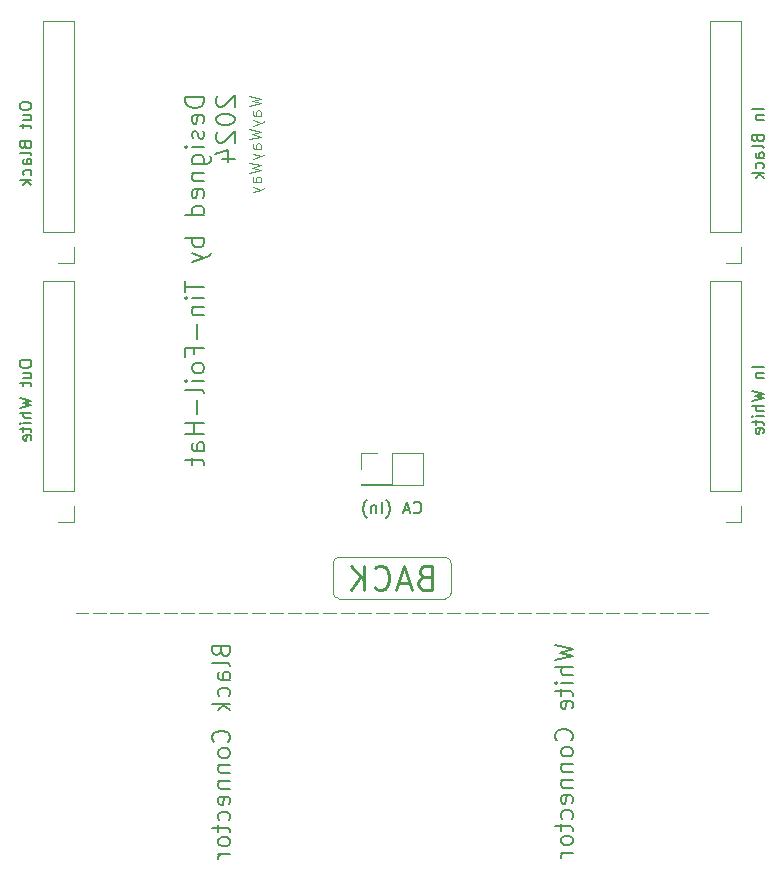
<source format=gbr>
%TF.GenerationSoftware,KiCad,Pcbnew,8.0.3*%
%TF.CreationDate,2024-07-07T19:42:47+08:00*%
%TF.ProjectId,V2.4 Mechanical Seven Segment Digit,56322e34-204d-4656-9368-616e6963616c,rev?*%
%TF.SameCoordinates,Original*%
%TF.FileFunction,Legend,Bot*%
%TF.FilePolarity,Positive*%
%FSLAX46Y46*%
G04 Gerber Fmt 4.6, Leading zero omitted, Abs format (unit mm)*
G04 Created by KiCad (PCBNEW 8.0.3) date 2024-07-07 19:42:47*
%MOMM*%
%LPD*%
G01*
G04 APERTURE LIST*
%ADD10C,0.100000*%
%ADD11C,0.240000*%
%ADD12C,0.180000*%
%ADD13C,0.200000*%
%ADD14C,0.150000*%
%ADD15C,0.120000*%
G04 APERTURE END LIST*
D10*
X137000000Y-115000000D02*
G75*
G02*
X137500000Y-114500000I500000J0D01*
G01*
X147000000Y-115000000D02*
X147000000Y-117500000D01*
X147000000Y-117500000D02*
G75*
G02*
X146500000Y-118000000I-500000J0D01*
G01*
X137500000Y-118000000D02*
G75*
G02*
X137000000Y-117500000I0J500000D01*
G01*
X146500000Y-118000000D02*
X137500000Y-118000000D01*
X168750000Y-119250000D02*
X167650000Y-119250000D01*
X167250000Y-119250000D02*
X166150000Y-119250000D01*
X165750000Y-119250000D02*
X164650000Y-119250000D01*
X164250000Y-119250000D02*
X163150000Y-119250000D01*
X162750000Y-119250000D02*
X161650000Y-119250000D01*
X161250000Y-119250000D02*
X160150000Y-119250000D01*
X159750000Y-119250000D02*
X158650000Y-119250000D01*
X158250000Y-119250000D02*
X157150000Y-119250000D01*
X156750000Y-119250000D02*
X155650000Y-119250000D01*
X155250000Y-119250000D02*
X154150000Y-119250000D01*
X153750000Y-119250000D02*
X152650000Y-119250000D01*
X152250000Y-119250000D02*
X151150000Y-119250000D01*
X150750000Y-119250000D02*
X149650000Y-119250000D01*
X149250000Y-119250000D02*
X148150000Y-119250000D01*
X147750000Y-119250000D02*
X146650000Y-119250000D01*
X146250000Y-119250000D02*
X145150000Y-119250000D01*
X144750000Y-119250000D02*
X143650000Y-119250000D01*
X143250000Y-119250000D02*
X142150000Y-119250000D01*
X141750000Y-119250000D02*
X140650000Y-119250000D01*
X140250000Y-119250000D02*
X139150000Y-119250000D01*
X138750000Y-119250000D02*
X137650000Y-119250000D01*
X137250000Y-119250000D02*
X136150000Y-119250000D01*
X135750000Y-119250000D02*
X134650000Y-119250000D01*
X134250000Y-119250000D02*
X133150000Y-119250000D01*
X132750000Y-119250000D02*
X131650000Y-119250000D01*
X131250000Y-119250000D02*
X130150000Y-119250000D01*
X129750000Y-119250000D02*
X128650000Y-119250000D01*
X128250000Y-119250000D02*
X127150000Y-119250000D01*
X126750000Y-119250000D02*
X125650000Y-119250000D01*
X125250000Y-119250000D02*
X124150000Y-119250000D01*
X123750000Y-119250000D02*
X122650000Y-119250000D01*
X122250000Y-119250000D02*
X121150000Y-119250000D01*
X120750000Y-119250000D02*
X119650000Y-119250000D01*
X119250000Y-119250000D02*
X118150000Y-119250000D01*
X117750000Y-119250000D02*
X116650000Y-119250000D01*
X116250000Y-119250000D02*
X115250000Y-119250000D01*
X137000000Y-117500000D02*
X137000000Y-115000000D01*
X137500000Y-114500000D02*
X146500000Y-114500000D01*
X146500000Y-114500000D02*
G75*
G02*
X147000000Y-115000000I0J-500000D01*
G01*
D11*
X144699248Y-116195139D02*
X144413534Y-116290377D01*
X144413534Y-116290377D02*
X144318296Y-116385615D01*
X144318296Y-116385615D02*
X144223058Y-116576091D01*
X144223058Y-116576091D02*
X144223058Y-116861805D01*
X144223058Y-116861805D02*
X144318296Y-117052281D01*
X144318296Y-117052281D02*
X144413534Y-117147520D01*
X144413534Y-117147520D02*
X144604010Y-117242758D01*
X144604010Y-117242758D02*
X145365915Y-117242758D01*
X145365915Y-117242758D02*
X145365915Y-115242758D01*
X145365915Y-115242758D02*
X144699248Y-115242758D01*
X144699248Y-115242758D02*
X144508772Y-115337996D01*
X144508772Y-115337996D02*
X144413534Y-115433234D01*
X144413534Y-115433234D02*
X144318296Y-115623710D01*
X144318296Y-115623710D02*
X144318296Y-115814186D01*
X144318296Y-115814186D02*
X144413534Y-116004662D01*
X144413534Y-116004662D02*
X144508772Y-116099900D01*
X144508772Y-116099900D02*
X144699248Y-116195139D01*
X144699248Y-116195139D02*
X145365915Y-116195139D01*
X143461153Y-116671329D02*
X142508772Y-116671329D01*
X143651629Y-117242758D02*
X142984963Y-115242758D01*
X142984963Y-115242758D02*
X142318296Y-117242758D01*
X140508772Y-117052281D02*
X140604010Y-117147520D01*
X140604010Y-117147520D02*
X140889724Y-117242758D01*
X140889724Y-117242758D02*
X141080200Y-117242758D01*
X141080200Y-117242758D02*
X141365915Y-117147520D01*
X141365915Y-117147520D02*
X141556391Y-116957043D01*
X141556391Y-116957043D02*
X141651629Y-116766567D01*
X141651629Y-116766567D02*
X141746867Y-116385615D01*
X141746867Y-116385615D02*
X141746867Y-116099900D01*
X141746867Y-116099900D02*
X141651629Y-115718948D01*
X141651629Y-115718948D02*
X141556391Y-115528472D01*
X141556391Y-115528472D02*
X141365915Y-115337996D01*
X141365915Y-115337996D02*
X141080200Y-115242758D01*
X141080200Y-115242758D02*
X140889724Y-115242758D01*
X140889724Y-115242758D02*
X140604010Y-115337996D01*
X140604010Y-115337996D02*
X140508772Y-115433234D01*
X139651629Y-117242758D02*
X139651629Y-115242758D01*
X138508772Y-117242758D02*
X139365915Y-116099900D01*
X138508772Y-115242758D02*
X139651629Y-116385615D01*
D12*
X127498854Y-122471428D02*
X127570282Y-122685714D01*
X127570282Y-122685714D02*
X127641711Y-122757143D01*
X127641711Y-122757143D02*
X127784568Y-122828571D01*
X127784568Y-122828571D02*
X127998854Y-122828571D01*
X127998854Y-122828571D02*
X128141711Y-122757143D01*
X128141711Y-122757143D02*
X128213140Y-122685714D01*
X128213140Y-122685714D02*
X128284568Y-122542857D01*
X128284568Y-122542857D02*
X128284568Y-121971428D01*
X128284568Y-121971428D02*
X126784568Y-121971428D01*
X126784568Y-121971428D02*
X126784568Y-122471428D01*
X126784568Y-122471428D02*
X126855997Y-122614286D01*
X126855997Y-122614286D02*
X126927425Y-122685714D01*
X126927425Y-122685714D02*
X127070282Y-122757143D01*
X127070282Y-122757143D02*
X127213140Y-122757143D01*
X127213140Y-122757143D02*
X127355997Y-122685714D01*
X127355997Y-122685714D02*
X127427425Y-122614286D01*
X127427425Y-122614286D02*
X127498854Y-122471428D01*
X127498854Y-122471428D02*
X127498854Y-121971428D01*
X128284568Y-123685714D02*
X128213140Y-123542857D01*
X128213140Y-123542857D02*
X128070282Y-123471428D01*
X128070282Y-123471428D02*
X126784568Y-123471428D01*
X128284568Y-124900000D02*
X127498854Y-124900000D01*
X127498854Y-124900000D02*
X127355997Y-124828571D01*
X127355997Y-124828571D02*
X127284568Y-124685714D01*
X127284568Y-124685714D02*
X127284568Y-124400000D01*
X127284568Y-124400000D02*
X127355997Y-124257142D01*
X128213140Y-124900000D02*
X128284568Y-124757142D01*
X128284568Y-124757142D02*
X128284568Y-124400000D01*
X128284568Y-124400000D02*
X128213140Y-124257142D01*
X128213140Y-124257142D02*
X128070282Y-124185714D01*
X128070282Y-124185714D02*
X127927425Y-124185714D01*
X127927425Y-124185714D02*
X127784568Y-124257142D01*
X127784568Y-124257142D02*
X127713140Y-124400000D01*
X127713140Y-124400000D02*
X127713140Y-124757142D01*
X127713140Y-124757142D02*
X127641711Y-124900000D01*
X128213140Y-126257143D02*
X128284568Y-126114285D01*
X128284568Y-126114285D02*
X128284568Y-125828571D01*
X128284568Y-125828571D02*
X128213140Y-125685714D01*
X128213140Y-125685714D02*
X128141711Y-125614285D01*
X128141711Y-125614285D02*
X127998854Y-125542857D01*
X127998854Y-125542857D02*
X127570282Y-125542857D01*
X127570282Y-125542857D02*
X127427425Y-125614285D01*
X127427425Y-125614285D02*
X127355997Y-125685714D01*
X127355997Y-125685714D02*
X127284568Y-125828571D01*
X127284568Y-125828571D02*
X127284568Y-126114285D01*
X127284568Y-126114285D02*
X127355997Y-126257143D01*
X128284568Y-126899999D02*
X126784568Y-126899999D01*
X127713140Y-127042857D02*
X128284568Y-127471428D01*
X127284568Y-127471428D02*
X127855997Y-126899999D01*
X128141711Y-130114285D02*
X128213140Y-130042857D01*
X128213140Y-130042857D02*
X128284568Y-129828571D01*
X128284568Y-129828571D02*
X128284568Y-129685714D01*
X128284568Y-129685714D02*
X128213140Y-129471428D01*
X128213140Y-129471428D02*
X128070282Y-129328571D01*
X128070282Y-129328571D02*
X127927425Y-129257142D01*
X127927425Y-129257142D02*
X127641711Y-129185714D01*
X127641711Y-129185714D02*
X127427425Y-129185714D01*
X127427425Y-129185714D02*
X127141711Y-129257142D01*
X127141711Y-129257142D02*
X126998854Y-129328571D01*
X126998854Y-129328571D02*
X126855997Y-129471428D01*
X126855997Y-129471428D02*
X126784568Y-129685714D01*
X126784568Y-129685714D02*
X126784568Y-129828571D01*
X126784568Y-129828571D02*
X126855997Y-130042857D01*
X126855997Y-130042857D02*
X126927425Y-130114285D01*
X128284568Y-130971428D02*
X128213140Y-130828571D01*
X128213140Y-130828571D02*
X128141711Y-130757142D01*
X128141711Y-130757142D02*
X127998854Y-130685714D01*
X127998854Y-130685714D02*
X127570282Y-130685714D01*
X127570282Y-130685714D02*
X127427425Y-130757142D01*
X127427425Y-130757142D02*
X127355997Y-130828571D01*
X127355997Y-130828571D02*
X127284568Y-130971428D01*
X127284568Y-130971428D02*
X127284568Y-131185714D01*
X127284568Y-131185714D02*
X127355997Y-131328571D01*
X127355997Y-131328571D02*
X127427425Y-131400000D01*
X127427425Y-131400000D02*
X127570282Y-131471428D01*
X127570282Y-131471428D02*
X127998854Y-131471428D01*
X127998854Y-131471428D02*
X128141711Y-131400000D01*
X128141711Y-131400000D02*
X128213140Y-131328571D01*
X128213140Y-131328571D02*
X128284568Y-131185714D01*
X128284568Y-131185714D02*
X128284568Y-130971428D01*
X127284568Y-132114285D02*
X128284568Y-132114285D01*
X127427425Y-132114285D02*
X127355997Y-132185714D01*
X127355997Y-132185714D02*
X127284568Y-132328571D01*
X127284568Y-132328571D02*
X127284568Y-132542857D01*
X127284568Y-132542857D02*
X127355997Y-132685714D01*
X127355997Y-132685714D02*
X127498854Y-132757143D01*
X127498854Y-132757143D02*
X128284568Y-132757143D01*
X127284568Y-133471428D02*
X128284568Y-133471428D01*
X127427425Y-133471428D02*
X127355997Y-133542857D01*
X127355997Y-133542857D02*
X127284568Y-133685714D01*
X127284568Y-133685714D02*
X127284568Y-133900000D01*
X127284568Y-133900000D02*
X127355997Y-134042857D01*
X127355997Y-134042857D02*
X127498854Y-134114286D01*
X127498854Y-134114286D02*
X128284568Y-134114286D01*
X128213140Y-135400000D02*
X128284568Y-135257143D01*
X128284568Y-135257143D02*
X128284568Y-134971429D01*
X128284568Y-134971429D02*
X128213140Y-134828571D01*
X128213140Y-134828571D02*
X128070282Y-134757143D01*
X128070282Y-134757143D02*
X127498854Y-134757143D01*
X127498854Y-134757143D02*
X127355997Y-134828571D01*
X127355997Y-134828571D02*
X127284568Y-134971429D01*
X127284568Y-134971429D02*
X127284568Y-135257143D01*
X127284568Y-135257143D02*
X127355997Y-135400000D01*
X127355997Y-135400000D02*
X127498854Y-135471429D01*
X127498854Y-135471429D02*
X127641711Y-135471429D01*
X127641711Y-135471429D02*
X127784568Y-134757143D01*
X128213140Y-136757143D02*
X128284568Y-136614285D01*
X128284568Y-136614285D02*
X128284568Y-136328571D01*
X128284568Y-136328571D02*
X128213140Y-136185714D01*
X128213140Y-136185714D02*
X128141711Y-136114285D01*
X128141711Y-136114285D02*
X127998854Y-136042857D01*
X127998854Y-136042857D02*
X127570282Y-136042857D01*
X127570282Y-136042857D02*
X127427425Y-136114285D01*
X127427425Y-136114285D02*
X127355997Y-136185714D01*
X127355997Y-136185714D02*
X127284568Y-136328571D01*
X127284568Y-136328571D02*
X127284568Y-136614285D01*
X127284568Y-136614285D02*
X127355997Y-136757143D01*
X127284568Y-137185714D02*
X127284568Y-137757142D01*
X126784568Y-137399999D02*
X128070282Y-137399999D01*
X128070282Y-137399999D02*
X128213140Y-137471428D01*
X128213140Y-137471428D02*
X128284568Y-137614285D01*
X128284568Y-137614285D02*
X128284568Y-137757142D01*
X128284568Y-138471428D02*
X128213140Y-138328571D01*
X128213140Y-138328571D02*
X128141711Y-138257142D01*
X128141711Y-138257142D02*
X127998854Y-138185714D01*
X127998854Y-138185714D02*
X127570282Y-138185714D01*
X127570282Y-138185714D02*
X127427425Y-138257142D01*
X127427425Y-138257142D02*
X127355997Y-138328571D01*
X127355997Y-138328571D02*
X127284568Y-138471428D01*
X127284568Y-138471428D02*
X127284568Y-138685714D01*
X127284568Y-138685714D02*
X127355997Y-138828571D01*
X127355997Y-138828571D02*
X127427425Y-138900000D01*
X127427425Y-138900000D02*
X127570282Y-138971428D01*
X127570282Y-138971428D02*
X127998854Y-138971428D01*
X127998854Y-138971428D02*
X128141711Y-138900000D01*
X128141711Y-138900000D02*
X128213140Y-138828571D01*
X128213140Y-138828571D02*
X128284568Y-138685714D01*
X128284568Y-138685714D02*
X128284568Y-138471428D01*
X128284568Y-139614285D02*
X127284568Y-139614285D01*
X127570282Y-139614285D02*
X127427425Y-139685714D01*
X127427425Y-139685714D02*
X127355997Y-139757143D01*
X127355997Y-139757143D02*
X127284568Y-139900000D01*
X127284568Y-139900000D02*
X127284568Y-140042857D01*
X155784568Y-121935714D02*
X157284568Y-122292857D01*
X157284568Y-122292857D02*
X156213140Y-122578571D01*
X156213140Y-122578571D02*
X157284568Y-122864286D01*
X157284568Y-122864286D02*
X155784568Y-123221429D01*
X157284568Y-123792857D02*
X155784568Y-123792857D01*
X157284568Y-124435715D02*
X156498854Y-124435715D01*
X156498854Y-124435715D02*
X156355997Y-124364286D01*
X156355997Y-124364286D02*
X156284568Y-124221429D01*
X156284568Y-124221429D02*
X156284568Y-124007143D01*
X156284568Y-124007143D02*
X156355997Y-123864286D01*
X156355997Y-123864286D02*
X156427425Y-123792857D01*
X157284568Y-125150000D02*
X156284568Y-125150000D01*
X155784568Y-125150000D02*
X155855997Y-125078572D01*
X155855997Y-125078572D02*
X155927425Y-125150000D01*
X155927425Y-125150000D02*
X155855997Y-125221429D01*
X155855997Y-125221429D02*
X155784568Y-125150000D01*
X155784568Y-125150000D02*
X155927425Y-125150000D01*
X156284568Y-125650001D02*
X156284568Y-126221429D01*
X155784568Y-125864286D02*
X157070282Y-125864286D01*
X157070282Y-125864286D02*
X157213140Y-125935715D01*
X157213140Y-125935715D02*
X157284568Y-126078572D01*
X157284568Y-126078572D02*
X157284568Y-126221429D01*
X157213140Y-127292858D02*
X157284568Y-127150001D01*
X157284568Y-127150001D02*
X157284568Y-126864287D01*
X157284568Y-126864287D02*
X157213140Y-126721429D01*
X157213140Y-126721429D02*
X157070282Y-126650001D01*
X157070282Y-126650001D02*
X156498854Y-126650001D01*
X156498854Y-126650001D02*
X156355997Y-126721429D01*
X156355997Y-126721429D02*
X156284568Y-126864287D01*
X156284568Y-126864287D02*
X156284568Y-127150001D01*
X156284568Y-127150001D02*
X156355997Y-127292858D01*
X156355997Y-127292858D02*
X156498854Y-127364287D01*
X156498854Y-127364287D02*
X156641711Y-127364287D01*
X156641711Y-127364287D02*
X156784568Y-126650001D01*
X157141711Y-130007143D02*
X157213140Y-129935715D01*
X157213140Y-129935715D02*
X157284568Y-129721429D01*
X157284568Y-129721429D02*
X157284568Y-129578572D01*
X157284568Y-129578572D02*
X157213140Y-129364286D01*
X157213140Y-129364286D02*
X157070282Y-129221429D01*
X157070282Y-129221429D02*
X156927425Y-129150000D01*
X156927425Y-129150000D02*
X156641711Y-129078572D01*
X156641711Y-129078572D02*
X156427425Y-129078572D01*
X156427425Y-129078572D02*
X156141711Y-129150000D01*
X156141711Y-129150000D02*
X155998854Y-129221429D01*
X155998854Y-129221429D02*
X155855997Y-129364286D01*
X155855997Y-129364286D02*
X155784568Y-129578572D01*
X155784568Y-129578572D02*
X155784568Y-129721429D01*
X155784568Y-129721429D02*
X155855997Y-129935715D01*
X155855997Y-129935715D02*
X155927425Y-130007143D01*
X157284568Y-130864286D02*
X157213140Y-130721429D01*
X157213140Y-130721429D02*
X157141711Y-130650000D01*
X157141711Y-130650000D02*
X156998854Y-130578572D01*
X156998854Y-130578572D02*
X156570282Y-130578572D01*
X156570282Y-130578572D02*
X156427425Y-130650000D01*
X156427425Y-130650000D02*
X156355997Y-130721429D01*
X156355997Y-130721429D02*
X156284568Y-130864286D01*
X156284568Y-130864286D02*
X156284568Y-131078572D01*
X156284568Y-131078572D02*
X156355997Y-131221429D01*
X156355997Y-131221429D02*
X156427425Y-131292858D01*
X156427425Y-131292858D02*
X156570282Y-131364286D01*
X156570282Y-131364286D02*
X156998854Y-131364286D01*
X156998854Y-131364286D02*
X157141711Y-131292858D01*
X157141711Y-131292858D02*
X157213140Y-131221429D01*
X157213140Y-131221429D02*
X157284568Y-131078572D01*
X157284568Y-131078572D02*
X157284568Y-130864286D01*
X156284568Y-132007143D02*
X157284568Y-132007143D01*
X156427425Y-132007143D02*
X156355997Y-132078572D01*
X156355997Y-132078572D02*
X156284568Y-132221429D01*
X156284568Y-132221429D02*
X156284568Y-132435715D01*
X156284568Y-132435715D02*
X156355997Y-132578572D01*
X156355997Y-132578572D02*
X156498854Y-132650001D01*
X156498854Y-132650001D02*
X157284568Y-132650001D01*
X156284568Y-133364286D02*
X157284568Y-133364286D01*
X156427425Y-133364286D02*
X156355997Y-133435715D01*
X156355997Y-133435715D02*
X156284568Y-133578572D01*
X156284568Y-133578572D02*
X156284568Y-133792858D01*
X156284568Y-133792858D02*
X156355997Y-133935715D01*
X156355997Y-133935715D02*
X156498854Y-134007144D01*
X156498854Y-134007144D02*
X157284568Y-134007144D01*
X157213140Y-135292858D02*
X157284568Y-135150001D01*
X157284568Y-135150001D02*
X157284568Y-134864287D01*
X157284568Y-134864287D02*
X157213140Y-134721429D01*
X157213140Y-134721429D02*
X157070282Y-134650001D01*
X157070282Y-134650001D02*
X156498854Y-134650001D01*
X156498854Y-134650001D02*
X156355997Y-134721429D01*
X156355997Y-134721429D02*
X156284568Y-134864287D01*
X156284568Y-134864287D02*
X156284568Y-135150001D01*
X156284568Y-135150001D02*
X156355997Y-135292858D01*
X156355997Y-135292858D02*
X156498854Y-135364287D01*
X156498854Y-135364287D02*
X156641711Y-135364287D01*
X156641711Y-135364287D02*
X156784568Y-134650001D01*
X157213140Y-136650001D02*
X157284568Y-136507143D01*
X157284568Y-136507143D02*
X157284568Y-136221429D01*
X157284568Y-136221429D02*
X157213140Y-136078572D01*
X157213140Y-136078572D02*
X157141711Y-136007143D01*
X157141711Y-136007143D02*
X156998854Y-135935715D01*
X156998854Y-135935715D02*
X156570282Y-135935715D01*
X156570282Y-135935715D02*
X156427425Y-136007143D01*
X156427425Y-136007143D02*
X156355997Y-136078572D01*
X156355997Y-136078572D02*
X156284568Y-136221429D01*
X156284568Y-136221429D02*
X156284568Y-136507143D01*
X156284568Y-136507143D02*
X156355997Y-136650001D01*
X156284568Y-137078572D02*
X156284568Y-137650000D01*
X155784568Y-137292857D02*
X157070282Y-137292857D01*
X157070282Y-137292857D02*
X157213140Y-137364286D01*
X157213140Y-137364286D02*
X157284568Y-137507143D01*
X157284568Y-137507143D02*
X157284568Y-137650000D01*
X157284568Y-138364286D02*
X157213140Y-138221429D01*
X157213140Y-138221429D02*
X157141711Y-138150000D01*
X157141711Y-138150000D02*
X156998854Y-138078572D01*
X156998854Y-138078572D02*
X156570282Y-138078572D01*
X156570282Y-138078572D02*
X156427425Y-138150000D01*
X156427425Y-138150000D02*
X156355997Y-138221429D01*
X156355997Y-138221429D02*
X156284568Y-138364286D01*
X156284568Y-138364286D02*
X156284568Y-138578572D01*
X156284568Y-138578572D02*
X156355997Y-138721429D01*
X156355997Y-138721429D02*
X156427425Y-138792858D01*
X156427425Y-138792858D02*
X156570282Y-138864286D01*
X156570282Y-138864286D02*
X156998854Y-138864286D01*
X156998854Y-138864286D02*
X157141711Y-138792858D01*
X157141711Y-138792858D02*
X157213140Y-138721429D01*
X157213140Y-138721429D02*
X157284568Y-138578572D01*
X157284568Y-138578572D02*
X157284568Y-138364286D01*
X157284568Y-139507143D02*
X156284568Y-139507143D01*
X156570282Y-139507143D02*
X156427425Y-139578572D01*
X156427425Y-139578572D02*
X156355997Y-139650001D01*
X156355997Y-139650001D02*
X156284568Y-139792858D01*
X156284568Y-139792858D02*
X156284568Y-139935715D01*
D13*
X126097880Y-75512530D02*
X124497880Y-75512530D01*
X124497880Y-75512530D02*
X124497880Y-75893482D01*
X124497880Y-75893482D02*
X124574070Y-76122054D01*
X124574070Y-76122054D02*
X124726451Y-76274435D01*
X124726451Y-76274435D02*
X124878832Y-76350625D01*
X124878832Y-76350625D02*
X125183594Y-76426816D01*
X125183594Y-76426816D02*
X125412166Y-76426816D01*
X125412166Y-76426816D02*
X125716928Y-76350625D01*
X125716928Y-76350625D02*
X125869309Y-76274435D01*
X125869309Y-76274435D02*
X126021690Y-76122054D01*
X126021690Y-76122054D02*
X126097880Y-75893482D01*
X126097880Y-75893482D02*
X126097880Y-75512530D01*
X126021690Y-77722054D02*
X126097880Y-77569673D01*
X126097880Y-77569673D02*
X126097880Y-77264911D01*
X126097880Y-77264911D02*
X126021690Y-77112530D01*
X126021690Y-77112530D02*
X125869309Y-77036339D01*
X125869309Y-77036339D02*
X125259785Y-77036339D01*
X125259785Y-77036339D02*
X125107404Y-77112530D01*
X125107404Y-77112530D02*
X125031213Y-77264911D01*
X125031213Y-77264911D02*
X125031213Y-77569673D01*
X125031213Y-77569673D02*
X125107404Y-77722054D01*
X125107404Y-77722054D02*
X125259785Y-77798244D01*
X125259785Y-77798244D02*
X125412166Y-77798244D01*
X125412166Y-77798244D02*
X125564547Y-77036339D01*
X126021690Y-78407768D02*
X126097880Y-78560149D01*
X126097880Y-78560149D02*
X126097880Y-78864911D01*
X126097880Y-78864911D02*
X126021690Y-79017292D01*
X126021690Y-79017292D02*
X125869309Y-79093483D01*
X125869309Y-79093483D02*
X125793118Y-79093483D01*
X125793118Y-79093483D02*
X125640737Y-79017292D01*
X125640737Y-79017292D02*
X125564547Y-78864911D01*
X125564547Y-78864911D02*
X125564547Y-78636340D01*
X125564547Y-78636340D02*
X125488356Y-78483959D01*
X125488356Y-78483959D02*
X125335975Y-78407768D01*
X125335975Y-78407768D02*
X125259785Y-78407768D01*
X125259785Y-78407768D02*
X125107404Y-78483959D01*
X125107404Y-78483959D02*
X125031213Y-78636340D01*
X125031213Y-78636340D02*
X125031213Y-78864911D01*
X125031213Y-78864911D02*
X125107404Y-79017292D01*
X126097880Y-79779197D02*
X125031213Y-79779197D01*
X124497880Y-79779197D02*
X124574070Y-79703006D01*
X124574070Y-79703006D02*
X124650261Y-79779197D01*
X124650261Y-79779197D02*
X124574070Y-79855387D01*
X124574070Y-79855387D02*
X124497880Y-79779197D01*
X124497880Y-79779197D02*
X124650261Y-79779197D01*
X125031213Y-81226816D02*
X126326451Y-81226816D01*
X126326451Y-81226816D02*
X126478832Y-81150626D01*
X126478832Y-81150626D02*
X126555023Y-81074435D01*
X126555023Y-81074435D02*
X126631213Y-80922054D01*
X126631213Y-80922054D02*
X126631213Y-80693483D01*
X126631213Y-80693483D02*
X126555023Y-80541102D01*
X126021690Y-81226816D02*
X126097880Y-81074435D01*
X126097880Y-81074435D02*
X126097880Y-80769673D01*
X126097880Y-80769673D02*
X126021690Y-80617292D01*
X126021690Y-80617292D02*
X125945499Y-80541102D01*
X125945499Y-80541102D02*
X125793118Y-80464911D01*
X125793118Y-80464911D02*
X125335975Y-80464911D01*
X125335975Y-80464911D02*
X125183594Y-80541102D01*
X125183594Y-80541102D02*
X125107404Y-80617292D01*
X125107404Y-80617292D02*
X125031213Y-80769673D01*
X125031213Y-80769673D02*
X125031213Y-81074435D01*
X125031213Y-81074435D02*
X125107404Y-81226816D01*
X125031213Y-81988721D02*
X126097880Y-81988721D01*
X125183594Y-81988721D02*
X125107404Y-82064911D01*
X125107404Y-82064911D02*
X125031213Y-82217292D01*
X125031213Y-82217292D02*
X125031213Y-82445864D01*
X125031213Y-82445864D02*
X125107404Y-82598245D01*
X125107404Y-82598245D02*
X125259785Y-82674435D01*
X125259785Y-82674435D02*
X126097880Y-82674435D01*
X126021690Y-84045864D02*
X126097880Y-83893483D01*
X126097880Y-83893483D02*
X126097880Y-83588721D01*
X126097880Y-83588721D02*
X126021690Y-83436340D01*
X126021690Y-83436340D02*
X125869309Y-83360149D01*
X125869309Y-83360149D02*
X125259785Y-83360149D01*
X125259785Y-83360149D02*
X125107404Y-83436340D01*
X125107404Y-83436340D02*
X125031213Y-83588721D01*
X125031213Y-83588721D02*
X125031213Y-83893483D01*
X125031213Y-83893483D02*
X125107404Y-84045864D01*
X125107404Y-84045864D02*
X125259785Y-84122054D01*
X125259785Y-84122054D02*
X125412166Y-84122054D01*
X125412166Y-84122054D02*
X125564547Y-83360149D01*
X126097880Y-85493483D02*
X124497880Y-85493483D01*
X126021690Y-85493483D02*
X126097880Y-85341102D01*
X126097880Y-85341102D02*
X126097880Y-85036340D01*
X126097880Y-85036340D02*
X126021690Y-84883959D01*
X126021690Y-84883959D02*
X125945499Y-84807769D01*
X125945499Y-84807769D02*
X125793118Y-84731578D01*
X125793118Y-84731578D02*
X125335975Y-84731578D01*
X125335975Y-84731578D02*
X125183594Y-84807769D01*
X125183594Y-84807769D02*
X125107404Y-84883959D01*
X125107404Y-84883959D02*
X125031213Y-85036340D01*
X125031213Y-85036340D02*
X125031213Y-85341102D01*
X125031213Y-85341102D02*
X125107404Y-85493483D01*
X126097880Y-87474436D02*
X124497880Y-87474436D01*
X125107404Y-87474436D02*
X125031213Y-87626817D01*
X125031213Y-87626817D02*
X125031213Y-87931579D01*
X125031213Y-87931579D02*
X125107404Y-88083960D01*
X125107404Y-88083960D02*
X125183594Y-88160150D01*
X125183594Y-88160150D02*
X125335975Y-88236341D01*
X125335975Y-88236341D02*
X125793118Y-88236341D01*
X125793118Y-88236341D02*
X125945499Y-88160150D01*
X125945499Y-88160150D02*
X126021690Y-88083960D01*
X126021690Y-88083960D02*
X126097880Y-87931579D01*
X126097880Y-87931579D02*
X126097880Y-87626817D01*
X126097880Y-87626817D02*
X126021690Y-87474436D01*
X125031213Y-88769674D02*
X126097880Y-89150626D01*
X125031213Y-89531579D02*
X126097880Y-89150626D01*
X126097880Y-89150626D02*
X126478832Y-88998245D01*
X126478832Y-88998245D02*
X126555023Y-88922055D01*
X126555023Y-88922055D02*
X126631213Y-88769674D01*
X124497880Y-91131579D02*
X124497880Y-92045865D01*
X126097880Y-91588722D02*
X124497880Y-91588722D01*
X126097880Y-92579199D02*
X125031213Y-92579199D01*
X124497880Y-92579199D02*
X124574070Y-92503008D01*
X124574070Y-92503008D02*
X124650261Y-92579199D01*
X124650261Y-92579199D02*
X124574070Y-92655389D01*
X124574070Y-92655389D02*
X124497880Y-92579199D01*
X124497880Y-92579199D02*
X124650261Y-92579199D01*
X125031213Y-93341104D02*
X126097880Y-93341104D01*
X125183594Y-93341104D02*
X125107404Y-93417294D01*
X125107404Y-93417294D02*
X125031213Y-93569675D01*
X125031213Y-93569675D02*
X125031213Y-93798247D01*
X125031213Y-93798247D02*
X125107404Y-93950628D01*
X125107404Y-93950628D02*
X125259785Y-94026818D01*
X125259785Y-94026818D02*
X126097880Y-94026818D01*
X125488356Y-94788723D02*
X125488356Y-96007771D01*
X125259785Y-97303008D02*
X125259785Y-96769675D01*
X126097880Y-96769675D02*
X124497880Y-96769675D01*
X124497880Y-96769675D02*
X124497880Y-97531580D01*
X126097880Y-98369675D02*
X126021690Y-98217294D01*
X126021690Y-98217294D02*
X125945499Y-98141104D01*
X125945499Y-98141104D02*
X125793118Y-98064913D01*
X125793118Y-98064913D02*
X125335975Y-98064913D01*
X125335975Y-98064913D02*
X125183594Y-98141104D01*
X125183594Y-98141104D02*
X125107404Y-98217294D01*
X125107404Y-98217294D02*
X125031213Y-98369675D01*
X125031213Y-98369675D02*
X125031213Y-98598247D01*
X125031213Y-98598247D02*
X125107404Y-98750628D01*
X125107404Y-98750628D02*
X125183594Y-98826818D01*
X125183594Y-98826818D02*
X125335975Y-98903009D01*
X125335975Y-98903009D02*
X125793118Y-98903009D01*
X125793118Y-98903009D02*
X125945499Y-98826818D01*
X125945499Y-98826818D02*
X126021690Y-98750628D01*
X126021690Y-98750628D02*
X126097880Y-98598247D01*
X126097880Y-98598247D02*
X126097880Y-98369675D01*
X126097880Y-99588723D02*
X125031213Y-99588723D01*
X124497880Y-99588723D02*
X124574070Y-99512532D01*
X124574070Y-99512532D02*
X124650261Y-99588723D01*
X124650261Y-99588723D02*
X124574070Y-99664913D01*
X124574070Y-99664913D02*
X124497880Y-99588723D01*
X124497880Y-99588723D02*
X124650261Y-99588723D01*
X126097880Y-100579199D02*
X126021690Y-100426818D01*
X126021690Y-100426818D02*
X125869309Y-100350628D01*
X125869309Y-100350628D02*
X124497880Y-100350628D01*
X125488356Y-101188723D02*
X125488356Y-102407771D01*
X126097880Y-103169675D02*
X124497880Y-103169675D01*
X125259785Y-103169675D02*
X125259785Y-104083961D01*
X126097880Y-104083961D02*
X124497880Y-104083961D01*
X126097880Y-105531579D02*
X125259785Y-105531579D01*
X125259785Y-105531579D02*
X125107404Y-105455389D01*
X125107404Y-105455389D02*
X125031213Y-105303008D01*
X125031213Y-105303008D02*
X125031213Y-104998246D01*
X125031213Y-104998246D02*
X125107404Y-104845865D01*
X126021690Y-105531579D02*
X126097880Y-105379198D01*
X126097880Y-105379198D02*
X126097880Y-104998246D01*
X126097880Y-104998246D02*
X126021690Y-104845865D01*
X126021690Y-104845865D02*
X125869309Y-104769674D01*
X125869309Y-104769674D02*
X125716928Y-104769674D01*
X125716928Y-104769674D02*
X125564547Y-104845865D01*
X125564547Y-104845865D02*
X125488356Y-104998246D01*
X125488356Y-104998246D02*
X125488356Y-105379198D01*
X125488356Y-105379198D02*
X125412166Y-105531579D01*
X125031213Y-106064912D02*
X125031213Y-106674436D01*
X124497880Y-106293484D02*
X125869309Y-106293484D01*
X125869309Y-106293484D02*
X126021690Y-106369674D01*
X126021690Y-106369674D02*
X126097880Y-106522055D01*
X126097880Y-106522055D02*
X126097880Y-106674436D01*
X127226171Y-75436339D02*
X127149980Y-75512530D01*
X127149980Y-75512530D02*
X127073790Y-75664911D01*
X127073790Y-75664911D02*
X127073790Y-76045863D01*
X127073790Y-76045863D02*
X127149980Y-76198244D01*
X127149980Y-76198244D02*
X127226171Y-76274435D01*
X127226171Y-76274435D02*
X127378552Y-76350625D01*
X127378552Y-76350625D02*
X127530933Y-76350625D01*
X127530933Y-76350625D02*
X127759504Y-76274435D01*
X127759504Y-76274435D02*
X128673790Y-75360149D01*
X128673790Y-75360149D02*
X128673790Y-76350625D01*
X127073790Y-77341102D02*
X127073790Y-77493483D01*
X127073790Y-77493483D02*
X127149980Y-77645864D01*
X127149980Y-77645864D02*
X127226171Y-77722054D01*
X127226171Y-77722054D02*
X127378552Y-77798245D01*
X127378552Y-77798245D02*
X127683314Y-77874435D01*
X127683314Y-77874435D02*
X128064266Y-77874435D01*
X128064266Y-77874435D02*
X128369028Y-77798245D01*
X128369028Y-77798245D02*
X128521409Y-77722054D01*
X128521409Y-77722054D02*
X128597600Y-77645864D01*
X128597600Y-77645864D02*
X128673790Y-77493483D01*
X128673790Y-77493483D02*
X128673790Y-77341102D01*
X128673790Y-77341102D02*
X128597600Y-77188721D01*
X128597600Y-77188721D02*
X128521409Y-77112530D01*
X128521409Y-77112530D02*
X128369028Y-77036340D01*
X128369028Y-77036340D02*
X128064266Y-76960149D01*
X128064266Y-76960149D02*
X127683314Y-76960149D01*
X127683314Y-76960149D02*
X127378552Y-77036340D01*
X127378552Y-77036340D02*
X127226171Y-77112530D01*
X127226171Y-77112530D02*
X127149980Y-77188721D01*
X127149980Y-77188721D02*
X127073790Y-77341102D01*
X127226171Y-78483959D02*
X127149980Y-78560150D01*
X127149980Y-78560150D02*
X127073790Y-78712531D01*
X127073790Y-78712531D02*
X127073790Y-79093483D01*
X127073790Y-79093483D02*
X127149980Y-79245864D01*
X127149980Y-79245864D02*
X127226171Y-79322055D01*
X127226171Y-79322055D02*
X127378552Y-79398245D01*
X127378552Y-79398245D02*
X127530933Y-79398245D01*
X127530933Y-79398245D02*
X127759504Y-79322055D01*
X127759504Y-79322055D02*
X128673790Y-78407769D01*
X128673790Y-78407769D02*
X128673790Y-79398245D01*
X127607123Y-80769674D02*
X128673790Y-80769674D01*
X126997600Y-80388722D02*
X128140457Y-80007769D01*
X128140457Y-80007769D02*
X128140457Y-80998246D01*
D10*
X129872419Y-75458646D02*
X130872419Y-75696741D01*
X130872419Y-75696741D02*
X130158133Y-75887217D01*
X130158133Y-75887217D02*
X130872419Y-76077693D01*
X130872419Y-76077693D02*
X129872419Y-76315789D01*
X130872419Y-77125312D02*
X130348609Y-77125312D01*
X130348609Y-77125312D02*
X130253371Y-77077693D01*
X130253371Y-77077693D02*
X130205752Y-76982455D01*
X130205752Y-76982455D02*
X130205752Y-76791979D01*
X130205752Y-76791979D02*
X130253371Y-76696741D01*
X130824800Y-77125312D02*
X130872419Y-77030074D01*
X130872419Y-77030074D02*
X130872419Y-76791979D01*
X130872419Y-76791979D02*
X130824800Y-76696741D01*
X130824800Y-76696741D02*
X130729561Y-76649122D01*
X130729561Y-76649122D02*
X130634323Y-76649122D01*
X130634323Y-76649122D02*
X130539085Y-76696741D01*
X130539085Y-76696741D02*
X130491466Y-76791979D01*
X130491466Y-76791979D02*
X130491466Y-77030074D01*
X130491466Y-77030074D02*
X130443847Y-77125312D01*
X130205752Y-77506265D02*
X130872419Y-77744360D01*
X130205752Y-77982455D02*
X130872419Y-77744360D01*
X130872419Y-77744360D02*
X131110514Y-77649122D01*
X131110514Y-77649122D02*
X131158133Y-77601503D01*
X131158133Y-77601503D02*
X131205752Y-77506265D01*
X129872419Y-78268170D02*
X130872419Y-78506265D01*
X130872419Y-78506265D02*
X130158133Y-78696741D01*
X130158133Y-78696741D02*
X130872419Y-78887217D01*
X130872419Y-78887217D02*
X129872419Y-79125313D01*
X130872419Y-79934836D02*
X130348609Y-79934836D01*
X130348609Y-79934836D02*
X130253371Y-79887217D01*
X130253371Y-79887217D02*
X130205752Y-79791979D01*
X130205752Y-79791979D02*
X130205752Y-79601503D01*
X130205752Y-79601503D02*
X130253371Y-79506265D01*
X130824800Y-79934836D02*
X130872419Y-79839598D01*
X130872419Y-79839598D02*
X130872419Y-79601503D01*
X130872419Y-79601503D02*
X130824800Y-79506265D01*
X130824800Y-79506265D02*
X130729561Y-79458646D01*
X130729561Y-79458646D02*
X130634323Y-79458646D01*
X130634323Y-79458646D02*
X130539085Y-79506265D01*
X130539085Y-79506265D02*
X130491466Y-79601503D01*
X130491466Y-79601503D02*
X130491466Y-79839598D01*
X130491466Y-79839598D02*
X130443847Y-79934836D01*
X130205752Y-80315789D02*
X130872419Y-80553884D01*
X130205752Y-80791979D02*
X130872419Y-80553884D01*
X130872419Y-80553884D02*
X131110514Y-80458646D01*
X131110514Y-80458646D02*
X131158133Y-80411027D01*
X131158133Y-80411027D02*
X131205752Y-80315789D01*
X129872419Y-81077694D02*
X130872419Y-81315789D01*
X130872419Y-81315789D02*
X130158133Y-81506265D01*
X130158133Y-81506265D02*
X130872419Y-81696741D01*
X130872419Y-81696741D02*
X129872419Y-81934837D01*
X130872419Y-82744360D02*
X130348609Y-82744360D01*
X130348609Y-82744360D02*
X130253371Y-82696741D01*
X130253371Y-82696741D02*
X130205752Y-82601503D01*
X130205752Y-82601503D02*
X130205752Y-82411027D01*
X130205752Y-82411027D02*
X130253371Y-82315789D01*
X130824800Y-82744360D02*
X130872419Y-82649122D01*
X130872419Y-82649122D02*
X130872419Y-82411027D01*
X130872419Y-82411027D02*
X130824800Y-82315789D01*
X130824800Y-82315789D02*
X130729561Y-82268170D01*
X130729561Y-82268170D02*
X130634323Y-82268170D01*
X130634323Y-82268170D02*
X130539085Y-82315789D01*
X130539085Y-82315789D02*
X130491466Y-82411027D01*
X130491466Y-82411027D02*
X130491466Y-82649122D01*
X130491466Y-82649122D02*
X130443847Y-82744360D01*
X130205752Y-83125313D02*
X130872419Y-83363408D01*
X130205752Y-83601503D02*
X130872419Y-83363408D01*
X130872419Y-83363408D02*
X131110514Y-83268170D01*
X131110514Y-83268170D02*
X131158133Y-83220551D01*
X131158133Y-83220551D02*
X131205752Y-83125313D01*
D14*
X173454819Y-76569047D02*
X172454819Y-76569047D01*
X172788152Y-77045237D02*
X173454819Y-77045237D01*
X172883390Y-77045237D02*
X172835771Y-77092856D01*
X172835771Y-77092856D02*
X172788152Y-77188094D01*
X172788152Y-77188094D02*
X172788152Y-77330951D01*
X172788152Y-77330951D02*
X172835771Y-77426189D01*
X172835771Y-77426189D02*
X172931009Y-77473808D01*
X172931009Y-77473808D02*
X173454819Y-77473808D01*
X172931009Y-79045237D02*
X172978628Y-79188094D01*
X172978628Y-79188094D02*
X173026247Y-79235713D01*
X173026247Y-79235713D02*
X173121485Y-79283332D01*
X173121485Y-79283332D02*
X173264342Y-79283332D01*
X173264342Y-79283332D02*
X173359580Y-79235713D01*
X173359580Y-79235713D02*
X173407200Y-79188094D01*
X173407200Y-79188094D02*
X173454819Y-79092856D01*
X173454819Y-79092856D02*
X173454819Y-78711904D01*
X173454819Y-78711904D02*
X172454819Y-78711904D01*
X172454819Y-78711904D02*
X172454819Y-79045237D01*
X172454819Y-79045237D02*
X172502438Y-79140475D01*
X172502438Y-79140475D02*
X172550057Y-79188094D01*
X172550057Y-79188094D02*
X172645295Y-79235713D01*
X172645295Y-79235713D02*
X172740533Y-79235713D01*
X172740533Y-79235713D02*
X172835771Y-79188094D01*
X172835771Y-79188094D02*
X172883390Y-79140475D01*
X172883390Y-79140475D02*
X172931009Y-79045237D01*
X172931009Y-79045237D02*
X172931009Y-78711904D01*
X173454819Y-79854761D02*
X173407200Y-79759523D01*
X173407200Y-79759523D02*
X173311961Y-79711904D01*
X173311961Y-79711904D02*
X172454819Y-79711904D01*
X173454819Y-80664285D02*
X172931009Y-80664285D01*
X172931009Y-80664285D02*
X172835771Y-80616666D01*
X172835771Y-80616666D02*
X172788152Y-80521428D01*
X172788152Y-80521428D02*
X172788152Y-80330952D01*
X172788152Y-80330952D02*
X172835771Y-80235714D01*
X173407200Y-80664285D02*
X173454819Y-80569047D01*
X173454819Y-80569047D02*
X173454819Y-80330952D01*
X173454819Y-80330952D02*
X173407200Y-80235714D01*
X173407200Y-80235714D02*
X173311961Y-80188095D01*
X173311961Y-80188095D02*
X173216723Y-80188095D01*
X173216723Y-80188095D02*
X173121485Y-80235714D01*
X173121485Y-80235714D02*
X173073866Y-80330952D01*
X173073866Y-80330952D02*
X173073866Y-80569047D01*
X173073866Y-80569047D02*
X173026247Y-80664285D01*
X173407200Y-81569047D02*
X173454819Y-81473809D01*
X173454819Y-81473809D02*
X173454819Y-81283333D01*
X173454819Y-81283333D02*
X173407200Y-81188095D01*
X173407200Y-81188095D02*
X173359580Y-81140476D01*
X173359580Y-81140476D02*
X173264342Y-81092857D01*
X173264342Y-81092857D02*
X172978628Y-81092857D01*
X172978628Y-81092857D02*
X172883390Y-81140476D01*
X172883390Y-81140476D02*
X172835771Y-81188095D01*
X172835771Y-81188095D02*
X172788152Y-81283333D01*
X172788152Y-81283333D02*
X172788152Y-81473809D01*
X172788152Y-81473809D02*
X172835771Y-81569047D01*
X173454819Y-81997619D02*
X172454819Y-81997619D01*
X173073866Y-82092857D02*
X173454819Y-82378571D01*
X172788152Y-82378571D02*
X173169104Y-81997619D01*
X143837143Y-110684580D02*
X143884762Y-110732200D01*
X143884762Y-110732200D02*
X144027619Y-110779819D01*
X144027619Y-110779819D02*
X144122857Y-110779819D01*
X144122857Y-110779819D02*
X144265714Y-110732200D01*
X144265714Y-110732200D02*
X144360952Y-110636961D01*
X144360952Y-110636961D02*
X144408571Y-110541723D01*
X144408571Y-110541723D02*
X144456190Y-110351247D01*
X144456190Y-110351247D02*
X144456190Y-110208390D01*
X144456190Y-110208390D02*
X144408571Y-110017914D01*
X144408571Y-110017914D02*
X144360952Y-109922676D01*
X144360952Y-109922676D02*
X144265714Y-109827438D01*
X144265714Y-109827438D02*
X144122857Y-109779819D01*
X144122857Y-109779819D02*
X144027619Y-109779819D01*
X144027619Y-109779819D02*
X143884762Y-109827438D01*
X143884762Y-109827438D02*
X143837143Y-109875057D01*
X143456190Y-110494104D02*
X142980000Y-110494104D01*
X143551428Y-110779819D02*
X143218095Y-109779819D01*
X143218095Y-109779819D02*
X142884762Y-110779819D01*
X141503809Y-111160771D02*
X141551428Y-111113152D01*
X141551428Y-111113152D02*
X141646666Y-110970295D01*
X141646666Y-110970295D02*
X141694285Y-110875057D01*
X141694285Y-110875057D02*
X141741904Y-110732200D01*
X141741904Y-110732200D02*
X141789523Y-110494104D01*
X141789523Y-110494104D02*
X141789523Y-110303628D01*
X141789523Y-110303628D02*
X141741904Y-110065533D01*
X141741904Y-110065533D02*
X141694285Y-109922676D01*
X141694285Y-109922676D02*
X141646666Y-109827438D01*
X141646666Y-109827438D02*
X141551428Y-109684580D01*
X141551428Y-109684580D02*
X141503809Y-109636961D01*
X141122856Y-110779819D02*
X141122856Y-109779819D01*
X140646666Y-110113152D02*
X140646666Y-110779819D01*
X140646666Y-110208390D02*
X140599047Y-110160771D01*
X140599047Y-110160771D02*
X140503809Y-110113152D01*
X140503809Y-110113152D02*
X140360952Y-110113152D01*
X140360952Y-110113152D02*
X140265714Y-110160771D01*
X140265714Y-110160771D02*
X140218095Y-110256009D01*
X140218095Y-110256009D02*
X140218095Y-110779819D01*
X139837142Y-111160771D02*
X139789523Y-111113152D01*
X139789523Y-111113152D02*
X139694285Y-110970295D01*
X139694285Y-110970295D02*
X139646666Y-110875057D01*
X139646666Y-110875057D02*
X139599047Y-110732200D01*
X139599047Y-110732200D02*
X139551428Y-110494104D01*
X139551428Y-110494104D02*
X139551428Y-110303628D01*
X139551428Y-110303628D02*
X139599047Y-110065533D01*
X139599047Y-110065533D02*
X139646666Y-109922676D01*
X139646666Y-109922676D02*
X139694285Y-109827438D01*
X139694285Y-109827438D02*
X139789523Y-109684580D01*
X139789523Y-109684580D02*
X139837142Y-109636961D01*
X110454819Y-98009523D02*
X110454819Y-98199999D01*
X110454819Y-98199999D02*
X110502438Y-98295237D01*
X110502438Y-98295237D02*
X110597676Y-98390475D01*
X110597676Y-98390475D02*
X110788152Y-98438094D01*
X110788152Y-98438094D02*
X111121485Y-98438094D01*
X111121485Y-98438094D02*
X111311961Y-98390475D01*
X111311961Y-98390475D02*
X111407200Y-98295237D01*
X111407200Y-98295237D02*
X111454819Y-98199999D01*
X111454819Y-98199999D02*
X111454819Y-98009523D01*
X111454819Y-98009523D02*
X111407200Y-97914285D01*
X111407200Y-97914285D02*
X111311961Y-97819047D01*
X111311961Y-97819047D02*
X111121485Y-97771428D01*
X111121485Y-97771428D02*
X110788152Y-97771428D01*
X110788152Y-97771428D02*
X110597676Y-97819047D01*
X110597676Y-97819047D02*
X110502438Y-97914285D01*
X110502438Y-97914285D02*
X110454819Y-98009523D01*
X110788152Y-99295237D02*
X111454819Y-99295237D01*
X110788152Y-98866666D02*
X111311961Y-98866666D01*
X111311961Y-98866666D02*
X111407200Y-98914285D01*
X111407200Y-98914285D02*
X111454819Y-99009523D01*
X111454819Y-99009523D02*
X111454819Y-99152380D01*
X111454819Y-99152380D02*
X111407200Y-99247618D01*
X111407200Y-99247618D02*
X111359580Y-99295237D01*
X110788152Y-99628571D02*
X110788152Y-100009523D01*
X110454819Y-99771428D02*
X111311961Y-99771428D01*
X111311961Y-99771428D02*
X111407200Y-99819047D01*
X111407200Y-99819047D02*
X111454819Y-99914285D01*
X111454819Y-99914285D02*
X111454819Y-100009523D01*
X110454819Y-101009524D02*
X111454819Y-101247619D01*
X111454819Y-101247619D02*
X110740533Y-101438095D01*
X110740533Y-101438095D02*
X111454819Y-101628571D01*
X111454819Y-101628571D02*
X110454819Y-101866667D01*
X111454819Y-102247619D02*
X110454819Y-102247619D01*
X111454819Y-102676190D02*
X110931009Y-102676190D01*
X110931009Y-102676190D02*
X110835771Y-102628571D01*
X110835771Y-102628571D02*
X110788152Y-102533333D01*
X110788152Y-102533333D02*
X110788152Y-102390476D01*
X110788152Y-102390476D02*
X110835771Y-102295238D01*
X110835771Y-102295238D02*
X110883390Y-102247619D01*
X111454819Y-103152381D02*
X110788152Y-103152381D01*
X110454819Y-103152381D02*
X110502438Y-103104762D01*
X110502438Y-103104762D02*
X110550057Y-103152381D01*
X110550057Y-103152381D02*
X110502438Y-103200000D01*
X110502438Y-103200000D02*
X110454819Y-103152381D01*
X110454819Y-103152381D02*
X110550057Y-103152381D01*
X110788152Y-103485714D02*
X110788152Y-103866666D01*
X110454819Y-103628571D02*
X111311961Y-103628571D01*
X111311961Y-103628571D02*
X111407200Y-103676190D01*
X111407200Y-103676190D02*
X111454819Y-103771428D01*
X111454819Y-103771428D02*
X111454819Y-103866666D01*
X111407200Y-104580952D02*
X111454819Y-104485714D01*
X111454819Y-104485714D02*
X111454819Y-104295238D01*
X111454819Y-104295238D02*
X111407200Y-104200000D01*
X111407200Y-104200000D02*
X111311961Y-104152381D01*
X111311961Y-104152381D02*
X110931009Y-104152381D01*
X110931009Y-104152381D02*
X110835771Y-104200000D01*
X110835771Y-104200000D02*
X110788152Y-104295238D01*
X110788152Y-104295238D02*
X110788152Y-104485714D01*
X110788152Y-104485714D02*
X110835771Y-104580952D01*
X110835771Y-104580952D02*
X110931009Y-104628571D01*
X110931009Y-104628571D02*
X111026247Y-104628571D01*
X111026247Y-104628571D02*
X111121485Y-104152381D01*
X110454819Y-76198094D02*
X110454819Y-76388570D01*
X110454819Y-76388570D02*
X110502438Y-76483808D01*
X110502438Y-76483808D02*
X110597676Y-76579046D01*
X110597676Y-76579046D02*
X110788152Y-76626665D01*
X110788152Y-76626665D02*
X111121485Y-76626665D01*
X111121485Y-76626665D02*
X111311961Y-76579046D01*
X111311961Y-76579046D02*
X111407200Y-76483808D01*
X111407200Y-76483808D02*
X111454819Y-76388570D01*
X111454819Y-76388570D02*
X111454819Y-76198094D01*
X111454819Y-76198094D02*
X111407200Y-76102856D01*
X111407200Y-76102856D02*
X111311961Y-76007618D01*
X111311961Y-76007618D02*
X111121485Y-75959999D01*
X111121485Y-75959999D02*
X110788152Y-75959999D01*
X110788152Y-75959999D02*
X110597676Y-76007618D01*
X110597676Y-76007618D02*
X110502438Y-76102856D01*
X110502438Y-76102856D02*
X110454819Y-76198094D01*
X110788152Y-77483808D02*
X111454819Y-77483808D01*
X110788152Y-77055237D02*
X111311961Y-77055237D01*
X111311961Y-77055237D02*
X111407200Y-77102856D01*
X111407200Y-77102856D02*
X111454819Y-77198094D01*
X111454819Y-77198094D02*
X111454819Y-77340951D01*
X111454819Y-77340951D02*
X111407200Y-77436189D01*
X111407200Y-77436189D02*
X111359580Y-77483808D01*
X110788152Y-77817142D02*
X110788152Y-78198094D01*
X110454819Y-77959999D02*
X111311961Y-77959999D01*
X111311961Y-77959999D02*
X111407200Y-78007618D01*
X111407200Y-78007618D02*
X111454819Y-78102856D01*
X111454819Y-78102856D02*
X111454819Y-78198094D01*
X110931009Y-79626666D02*
X110978628Y-79769523D01*
X110978628Y-79769523D02*
X111026247Y-79817142D01*
X111026247Y-79817142D02*
X111121485Y-79864761D01*
X111121485Y-79864761D02*
X111264342Y-79864761D01*
X111264342Y-79864761D02*
X111359580Y-79817142D01*
X111359580Y-79817142D02*
X111407200Y-79769523D01*
X111407200Y-79769523D02*
X111454819Y-79674285D01*
X111454819Y-79674285D02*
X111454819Y-79293333D01*
X111454819Y-79293333D02*
X110454819Y-79293333D01*
X110454819Y-79293333D02*
X110454819Y-79626666D01*
X110454819Y-79626666D02*
X110502438Y-79721904D01*
X110502438Y-79721904D02*
X110550057Y-79769523D01*
X110550057Y-79769523D02*
X110645295Y-79817142D01*
X110645295Y-79817142D02*
X110740533Y-79817142D01*
X110740533Y-79817142D02*
X110835771Y-79769523D01*
X110835771Y-79769523D02*
X110883390Y-79721904D01*
X110883390Y-79721904D02*
X110931009Y-79626666D01*
X110931009Y-79626666D02*
X110931009Y-79293333D01*
X111454819Y-80436190D02*
X111407200Y-80340952D01*
X111407200Y-80340952D02*
X111311961Y-80293333D01*
X111311961Y-80293333D02*
X110454819Y-80293333D01*
X111454819Y-81245714D02*
X110931009Y-81245714D01*
X110931009Y-81245714D02*
X110835771Y-81198095D01*
X110835771Y-81198095D02*
X110788152Y-81102857D01*
X110788152Y-81102857D02*
X110788152Y-80912381D01*
X110788152Y-80912381D02*
X110835771Y-80817143D01*
X111407200Y-81245714D02*
X111454819Y-81150476D01*
X111454819Y-81150476D02*
X111454819Y-80912381D01*
X111454819Y-80912381D02*
X111407200Y-80817143D01*
X111407200Y-80817143D02*
X111311961Y-80769524D01*
X111311961Y-80769524D02*
X111216723Y-80769524D01*
X111216723Y-80769524D02*
X111121485Y-80817143D01*
X111121485Y-80817143D02*
X111073866Y-80912381D01*
X111073866Y-80912381D02*
X111073866Y-81150476D01*
X111073866Y-81150476D02*
X111026247Y-81245714D01*
X111407200Y-82150476D02*
X111454819Y-82055238D01*
X111454819Y-82055238D02*
X111454819Y-81864762D01*
X111454819Y-81864762D02*
X111407200Y-81769524D01*
X111407200Y-81769524D02*
X111359580Y-81721905D01*
X111359580Y-81721905D02*
X111264342Y-81674286D01*
X111264342Y-81674286D02*
X110978628Y-81674286D01*
X110978628Y-81674286D02*
X110883390Y-81721905D01*
X110883390Y-81721905D02*
X110835771Y-81769524D01*
X110835771Y-81769524D02*
X110788152Y-81864762D01*
X110788152Y-81864762D02*
X110788152Y-82055238D01*
X110788152Y-82055238D02*
X110835771Y-82150476D01*
X111454819Y-82579048D02*
X110454819Y-82579048D01*
X111073866Y-82674286D02*
X111454819Y-82960000D01*
X110788152Y-82960000D02*
X111169104Y-82579048D01*
X173454819Y-98390476D02*
X172454819Y-98390476D01*
X172788152Y-98866666D02*
X173454819Y-98866666D01*
X172883390Y-98866666D02*
X172835771Y-98914285D01*
X172835771Y-98914285D02*
X172788152Y-99009523D01*
X172788152Y-99009523D02*
X172788152Y-99152380D01*
X172788152Y-99152380D02*
X172835771Y-99247618D01*
X172835771Y-99247618D02*
X172931009Y-99295237D01*
X172931009Y-99295237D02*
X173454819Y-99295237D01*
X172454819Y-100438095D02*
X173454819Y-100676190D01*
X173454819Y-100676190D02*
X172740533Y-100866666D01*
X172740533Y-100866666D02*
X173454819Y-101057142D01*
X173454819Y-101057142D02*
X172454819Y-101295238D01*
X173454819Y-101676190D02*
X172454819Y-101676190D01*
X173454819Y-102104761D02*
X172931009Y-102104761D01*
X172931009Y-102104761D02*
X172835771Y-102057142D01*
X172835771Y-102057142D02*
X172788152Y-101961904D01*
X172788152Y-101961904D02*
X172788152Y-101819047D01*
X172788152Y-101819047D02*
X172835771Y-101723809D01*
X172835771Y-101723809D02*
X172883390Y-101676190D01*
X173454819Y-102580952D02*
X172788152Y-102580952D01*
X172454819Y-102580952D02*
X172502438Y-102533333D01*
X172502438Y-102533333D02*
X172550057Y-102580952D01*
X172550057Y-102580952D02*
X172502438Y-102628571D01*
X172502438Y-102628571D02*
X172454819Y-102580952D01*
X172454819Y-102580952D02*
X172550057Y-102580952D01*
X172788152Y-102914285D02*
X172788152Y-103295237D01*
X172454819Y-103057142D02*
X173311961Y-103057142D01*
X173311961Y-103057142D02*
X173407200Y-103104761D01*
X173407200Y-103104761D02*
X173454819Y-103199999D01*
X173454819Y-103199999D02*
X173454819Y-103295237D01*
X173407200Y-104009523D02*
X173454819Y-103914285D01*
X173454819Y-103914285D02*
X173454819Y-103723809D01*
X173454819Y-103723809D02*
X173407200Y-103628571D01*
X173407200Y-103628571D02*
X173311961Y-103580952D01*
X173311961Y-103580952D02*
X172931009Y-103580952D01*
X172931009Y-103580952D02*
X172835771Y-103628571D01*
X172835771Y-103628571D02*
X172788152Y-103723809D01*
X172788152Y-103723809D02*
X172788152Y-103914285D01*
X172788152Y-103914285D02*
X172835771Y-104009523D01*
X172835771Y-104009523D02*
X172931009Y-104057142D01*
X172931009Y-104057142D02*
X173026247Y-104057142D01*
X173026247Y-104057142D02*
X173121485Y-103580952D01*
D15*
%TO.C,J6*%
X168920000Y-69120000D02*
X168920000Y-86960000D01*
X171580000Y-69120000D02*
X168920000Y-69120000D01*
X171580000Y-69120000D02*
X171580000Y-86960000D01*
X171580000Y-86960000D02*
X168920000Y-86960000D01*
X171580000Y-88230000D02*
X171580000Y-89560000D01*
X171580000Y-89560000D02*
X170250000Y-89560000D01*
%TO.C,J5*%
X139380000Y-105695000D02*
X140710000Y-105695000D01*
X139380000Y-107025000D02*
X139380000Y-105695000D01*
X139380000Y-108295000D02*
X141980000Y-108295000D01*
X139380000Y-108355000D02*
X139380000Y-108295000D01*
X139380000Y-108355000D02*
X144580000Y-108355000D01*
X141980000Y-105695000D02*
X144580000Y-105695000D01*
X141980000Y-108295000D02*
X141980000Y-105695000D01*
X144580000Y-108355000D02*
X144580000Y-105695000D01*
%TO.C,J2*%
X112420000Y-91090000D02*
X112420000Y-108930000D01*
X115080000Y-91090000D02*
X112420000Y-91090000D01*
X115080000Y-91090000D02*
X115080000Y-108930000D01*
X115080000Y-108930000D02*
X112420000Y-108930000D01*
X115080000Y-110200000D02*
X115080000Y-111530000D01*
X115080000Y-111530000D02*
X113750000Y-111530000D01*
%TO.C,J1*%
X112420000Y-69130000D02*
X112420000Y-86970000D01*
X115080000Y-69130000D02*
X112420000Y-69130000D01*
X115080000Y-69130000D02*
X115080000Y-86970000D01*
X115080000Y-86970000D02*
X112420000Y-86970000D01*
X115080000Y-88240000D02*
X115080000Y-89570000D01*
X115080000Y-89570000D02*
X113750000Y-89570000D01*
%TO.C,J7*%
X168920000Y-91090000D02*
X168920000Y-108930000D01*
X171580000Y-91090000D02*
X168920000Y-91090000D01*
X171580000Y-91090000D02*
X171580000Y-108930000D01*
X171580000Y-108930000D02*
X168920000Y-108930000D01*
X171580000Y-110200000D02*
X171580000Y-111530000D01*
X171580000Y-111530000D02*
X170250000Y-111530000D01*
%TD*%
M02*

</source>
